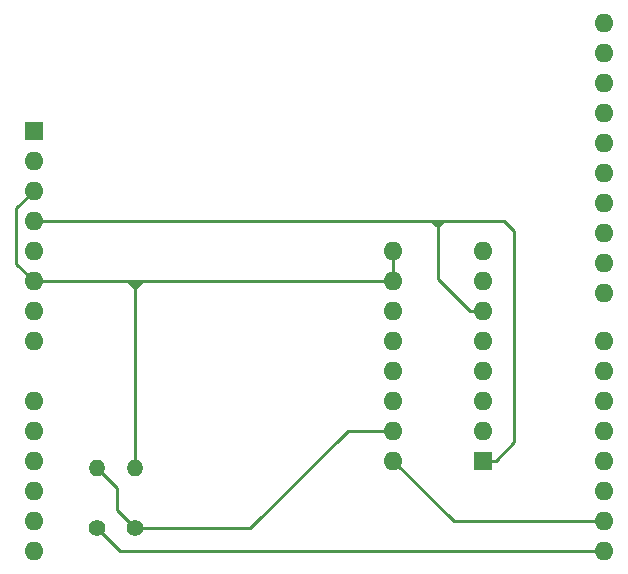
<source format=gbr>
G04 #@! TF.GenerationSoftware,KiCad,Pcbnew,(5.1.5)-3*
G04 #@! TF.CreationDate,2020-02-23T08:40:35-08:00*
G04 #@! TF.ProjectId,ESP-07,4553502d-3037-42e6-9b69-6361645f7063,rev?*
G04 #@! TF.SameCoordinates,Original*
G04 #@! TF.FileFunction,Copper,L2,Bot*
G04 #@! TF.FilePolarity,Positive*
%FSLAX46Y46*%
G04 Gerber Fmt 4.6, Leading zero omitted, Abs format (unit mm)*
G04 Created by KiCad (PCBNEW (5.1.5)-3) date 2020-02-23 08:40:35*
%MOMM*%
%LPD*%
G04 APERTURE LIST*
%ADD10C,0.100000*%
%ADD11O,1.600000X1.600000*%
%ADD12R,1.600000X1.600000*%
%ADD13O,1.400000X1.400000*%
%ADD14C,1.400000*%
%ADD15C,0.250000*%
G04 APERTURE END LIST*
D10*
G36*
X146050000Y-98552000D02*
G01*
X145288000Y-97790000D01*
X146812000Y-97790000D01*
X146050000Y-98552000D01*
G37*
X146050000Y-98552000D02*
X145288000Y-97790000D01*
X146812000Y-97790000D01*
X146050000Y-98552000D01*
G36*
X171704000Y-93345000D02*
G01*
X171069000Y-92710000D01*
X172339000Y-92710000D01*
X171704000Y-93345000D01*
G37*
X171704000Y-93345000D02*
X171069000Y-92710000D01*
X172339000Y-92710000D01*
X171704000Y-93345000D01*
D11*
X167919400Y-113004600D03*
X175539400Y-95224600D03*
X167919400Y-110464600D03*
X175539400Y-97764600D03*
X167919400Y-107924600D03*
X175539400Y-100304600D03*
X167919400Y-105384600D03*
X175539400Y-102844600D03*
X167919400Y-102844600D03*
X175539400Y-105384600D03*
X167919400Y-100304600D03*
X175539400Y-107924600D03*
X167919400Y-97764600D03*
X175539400Y-110464600D03*
X167919400Y-95224600D03*
D12*
X175539400Y-113004600D03*
D11*
X185724800Y-118110000D03*
X185724800Y-120650000D03*
X185724800Y-81030000D03*
X137464800Y-120650000D03*
X185724800Y-83570000D03*
X137464800Y-118110000D03*
X185724800Y-86110000D03*
X137464800Y-115570000D03*
X185724800Y-88650000D03*
X137464800Y-113030000D03*
X185724800Y-91190000D03*
X137464800Y-110490000D03*
X185724800Y-93730000D03*
X137464800Y-107950000D03*
X185724800Y-96270000D03*
X137464800Y-102870000D03*
X185724800Y-98810000D03*
X137464800Y-100330000D03*
X185724800Y-102870000D03*
X137464800Y-97790000D03*
X185724800Y-105410000D03*
X137464800Y-95250000D03*
X185724800Y-107950000D03*
X137464800Y-92710000D03*
X185724800Y-110490000D03*
X137464800Y-90170000D03*
X185724800Y-113030000D03*
X137464800Y-87630000D03*
X185724800Y-115570000D03*
D12*
X137464800Y-85090000D03*
D11*
X185724800Y-78490000D03*
X185724800Y-75950000D03*
D13*
X146050000Y-113665000D03*
D14*
X146050000Y-118745000D03*
D13*
X142875000Y-113665000D03*
D14*
X142875000Y-118745000D03*
D15*
X173024800Y-118110000D02*
X167919400Y-113004600D01*
X185724800Y-118110000D02*
X173024800Y-118110000D01*
X144780000Y-120650000D02*
X142875000Y-118745000D01*
X185724800Y-120650000D02*
X144780000Y-120650000D01*
X137464800Y-97790000D02*
X136017000Y-96342200D01*
X136017000Y-91617800D02*
X137464800Y-90170000D01*
X136017000Y-96342200D02*
X136017000Y-91617800D01*
X167919400Y-96355970D02*
X167919400Y-97764600D01*
X167919400Y-95224600D02*
X167919400Y-96355970D01*
X137490200Y-97764600D02*
X137464800Y-97790000D01*
X146050000Y-112675051D02*
X146050000Y-97790000D01*
X146050000Y-113665000D02*
X146050000Y-112675051D01*
X167919400Y-97764600D02*
X147955000Y-97790000D01*
X147955000Y-97790000D02*
X137490200Y-97764600D01*
X176589400Y-113004600D02*
X178181000Y-111413000D01*
X175539400Y-113004600D02*
X176589400Y-113004600D01*
X178181000Y-111413000D02*
X178181000Y-93599000D01*
X178181000Y-93599000D02*
X177292000Y-92710000D01*
X174408030Y-100304600D02*
X171704000Y-97600570D01*
X175539400Y-100304600D02*
X174408030Y-100304600D01*
X171704000Y-97600570D02*
X171704000Y-92710000D01*
X177292000Y-92710000D02*
X171704000Y-92710000D01*
X171704000Y-92710000D02*
X137464800Y-92710000D01*
X167919400Y-110464600D02*
X164109400Y-110464600D01*
X164109400Y-110464600D02*
X155829000Y-118745000D01*
X155829000Y-118745000D02*
X146050000Y-118745000D01*
X146050000Y-118745000D02*
X144526000Y-117221000D01*
X144526000Y-115316000D02*
X142875000Y-113665000D01*
X144526000Y-117221000D02*
X144526000Y-115316000D01*
M02*

</source>
